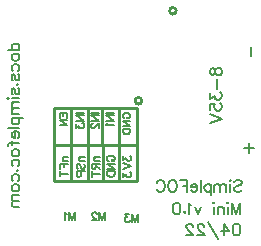
<source format=gbo>
G04 Layer: BottomSilkscreenLayer*
G04 EasyEDA v6.5.3, 2022-04-20 15:58:44*
G04 ff22b18d42d7425680d8988076959c4e,2865ae9118a24060a17af6d01c9bcc73,10*
G04 Gerber Generator version 0.2*
G04 Scale: 100 percent, Rotated: No, Reflected: No *
G04 Dimensions in millimeters *
G04 leading zeros omitted , absolute positions ,4 integer and 5 decimal *
%FSLAX45Y45*%
%MOMM*%

%ADD10C,0.2540*%
%ADD30C,0.2032*%

%LPD*%
D30*
X-354909Y-613346D02*
G01*
X-259453Y-613346D01*
X-309453Y-613346D02*
G01*
X-318546Y-604253D01*
X-323090Y-595162D01*
X-323090Y-581527D01*
X-318546Y-572437D01*
X-309453Y-563346D01*
X-295818Y-558800D01*
X-286727Y-558800D01*
X-273090Y-563346D01*
X-263999Y-572437D01*
X-259453Y-581527D01*
X-259453Y-595162D01*
X-263999Y-604253D01*
X-273090Y-613346D01*
X-323090Y-666071D02*
G01*
X-318546Y-656981D01*
X-309453Y-647890D01*
X-295818Y-643346D01*
X-286727Y-643346D01*
X-273090Y-647890D01*
X-263999Y-656981D01*
X-259453Y-666071D01*
X-259453Y-679709D01*
X-263999Y-688799D01*
X-273090Y-697890D01*
X-286727Y-702437D01*
X-295818Y-702437D01*
X-309453Y-697890D01*
X-318546Y-688799D01*
X-323090Y-679709D01*
X-323090Y-666071D01*
X-309453Y-786980D02*
G01*
X-318546Y-777890D01*
X-323090Y-768799D01*
X-323090Y-755164D01*
X-318546Y-746071D01*
X-309453Y-736980D01*
X-295818Y-732436D01*
X-286727Y-732436D01*
X-273090Y-736980D01*
X-263999Y-746071D01*
X-259453Y-755164D01*
X-259453Y-768799D01*
X-263999Y-777890D01*
X-273090Y-786980D01*
X-309453Y-866980D02*
G01*
X-318546Y-862436D01*
X-323090Y-848799D01*
X-323090Y-835164D01*
X-318546Y-821527D01*
X-309453Y-816980D01*
X-300362Y-821527D01*
X-295818Y-830618D01*
X-291271Y-853346D01*
X-286727Y-862436D01*
X-277637Y-866980D01*
X-273090Y-866980D01*
X-263999Y-862436D01*
X-259453Y-848799D01*
X-259453Y-835164D01*
X-263999Y-821527D01*
X-273090Y-816980D01*
X-282181Y-901527D02*
G01*
X-277637Y-896980D01*
X-273090Y-901527D01*
X-277637Y-906073D01*
X-282181Y-901527D01*
X-309453Y-986073D02*
G01*
X-318546Y-981527D01*
X-323090Y-967889D01*
X-323090Y-954255D01*
X-318546Y-940617D01*
X-309453Y-936073D01*
X-300362Y-940617D01*
X-295818Y-949708D01*
X-291271Y-972436D01*
X-286727Y-981527D01*
X-277637Y-986073D01*
X-273090Y-986073D01*
X-263999Y-981527D01*
X-259453Y-967889D01*
X-259453Y-954255D01*
X-263999Y-940617D01*
X-273090Y-936073D01*
X-354909Y-1016073D02*
G01*
X-350362Y-1020617D01*
X-354909Y-1025164D01*
X-359455Y-1020617D01*
X-354909Y-1016073D01*
X-323090Y-1020617D02*
G01*
X-259453Y-1020617D01*
X-323090Y-1055164D02*
G01*
X-259453Y-1055164D01*
X-304909Y-1055164D02*
G01*
X-318546Y-1068798D01*
X-323090Y-1077889D01*
X-323090Y-1091526D01*
X-318546Y-1100617D01*
X-304909Y-1105164D01*
X-259453Y-1105164D01*
X-304909Y-1105164D02*
G01*
X-318546Y-1118798D01*
X-323090Y-1127892D01*
X-323090Y-1141526D01*
X-318546Y-1150617D01*
X-304909Y-1155164D01*
X-259453Y-1155164D01*
X-323090Y-1185163D02*
G01*
X-227637Y-1185163D01*
X-309453Y-1185163D02*
G01*
X-318546Y-1194254D01*
X-323090Y-1203345D01*
X-323090Y-1216982D01*
X-318546Y-1226073D01*
X-309453Y-1235163D01*
X-295818Y-1239707D01*
X-286727Y-1239707D01*
X-273090Y-1235163D01*
X-263999Y-1226073D01*
X-259453Y-1216982D01*
X-259453Y-1203345D01*
X-263999Y-1194254D01*
X-273090Y-1185163D01*
X-354909Y-1269707D02*
G01*
X-259453Y-1269707D01*
X-295818Y-1299707D02*
G01*
X-295818Y-1354254D01*
X-304909Y-1354254D01*
X-313999Y-1349710D01*
X-318546Y-1345163D01*
X-323090Y-1336073D01*
X-323090Y-1322435D01*
X-318546Y-1313345D01*
X-309453Y-1304254D01*
X-295818Y-1299707D01*
X-286727Y-1299707D01*
X-273090Y-1304254D01*
X-263999Y-1313345D01*
X-259453Y-1322435D01*
X-259453Y-1336073D01*
X-263999Y-1345163D01*
X-273090Y-1354254D01*
X-354909Y-1420616D02*
G01*
X-354909Y-1411526D01*
X-350362Y-1402435D01*
X-336727Y-1397891D01*
X-259453Y-1397891D01*
X-323090Y-1384254D02*
G01*
X-323090Y-1416072D01*
X-323090Y-1473344D02*
G01*
X-318546Y-1464254D01*
X-309453Y-1455163D01*
X-295818Y-1450619D01*
X-286727Y-1450619D01*
X-273090Y-1455163D01*
X-263999Y-1464254D01*
X-259453Y-1473344D01*
X-259453Y-1486982D01*
X-263999Y-1496072D01*
X-273090Y-1505163D01*
X-286727Y-1509709D01*
X-295818Y-1509709D01*
X-309453Y-1505163D01*
X-318546Y-1496072D01*
X-323090Y-1486982D01*
X-323090Y-1473344D01*
X-309453Y-1594253D02*
G01*
X-318546Y-1585163D01*
X-323090Y-1576072D01*
X-323090Y-1562435D01*
X-318546Y-1553344D01*
X-309453Y-1544253D01*
X-295818Y-1539709D01*
X-286727Y-1539709D01*
X-273090Y-1544253D01*
X-263999Y-1553344D01*
X-259453Y-1562435D01*
X-259453Y-1576072D01*
X-263999Y-1585163D01*
X-273090Y-1594253D01*
X-282181Y-1628800D02*
G01*
X-277637Y-1624253D01*
X-273090Y-1628800D01*
X-277637Y-1633344D01*
X-282181Y-1628800D01*
X-309453Y-1717890D02*
G01*
X-318546Y-1708800D01*
X-323090Y-1699709D01*
X-323090Y-1686072D01*
X-318546Y-1676981D01*
X-309453Y-1667890D01*
X-295818Y-1663344D01*
X-286727Y-1663344D01*
X-273090Y-1667890D01*
X-263999Y-1676981D01*
X-259453Y-1686072D01*
X-259453Y-1699709D01*
X-263999Y-1708800D01*
X-273090Y-1717890D01*
X-323090Y-1770618D02*
G01*
X-318546Y-1761528D01*
X-309453Y-1752437D01*
X-295818Y-1747890D01*
X-286727Y-1747890D01*
X-273090Y-1752437D01*
X-263999Y-1761528D01*
X-259453Y-1770618D01*
X-259453Y-1784253D01*
X-263999Y-1793346D01*
X-273090Y-1802437D01*
X-286727Y-1806981D01*
X-295818Y-1806981D01*
X-309453Y-1802437D01*
X-318546Y-1793346D01*
X-323090Y-1784253D01*
X-323090Y-1770618D01*
X-323090Y-1836981D02*
G01*
X-259453Y-1836981D01*
X-304909Y-1836981D02*
G01*
X-318546Y-1850618D01*
X-323090Y-1859709D01*
X-323090Y-1873346D01*
X-318546Y-1882437D01*
X-304909Y-1886981D01*
X-259453Y-1886981D01*
X-304909Y-1886981D02*
G01*
X-318546Y-1900618D01*
X-323090Y-1909709D01*
X-323090Y-1923346D01*
X-318546Y-1932437D01*
X-304909Y-1936981D01*
X-259453Y-1936981D01*
X1585628Y-2083490D02*
G01*
X1599262Y-2088037D01*
X1608353Y-2101672D01*
X1612900Y-2124400D01*
X1612900Y-2138037D01*
X1608353Y-2160762D01*
X1599262Y-2174400D01*
X1585628Y-2178946D01*
X1576537Y-2178946D01*
X1562900Y-2174400D01*
X1553809Y-2160762D01*
X1549262Y-2138037D01*
X1549262Y-2124400D01*
X1553809Y-2101672D01*
X1562900Y-2088037D01*
X1576537Y-2083490D01*
X1585628Y-2083490D01*
X1473809Y-2083490D02*
G01*
X1519262Y-2147128D01*
X1451081Y-2147128D01*
X1473809Y-2083490D02*
G01*
X1473809Y-2178946D01*
X1339263Y-2065309D02*
G01*
X1421081Y-2210762D01*
X1304719Y-2106218D02*
G01*
X1304719Y-2101672D01*
X1300172Y-2092581D01*
X1295626Y-2088037D01*
X1286535Y-2083490D01*
X1268354Y-2083490D01*
X1259263Y-2088037D01*
X1254719Y-2092581D01*
X1250172Y-2101672D01*
X1250172Y-2110762D01*
X1254719Y-2119853D01*
X1263810Y-2133490D01*
X1309263Y-2178946D01*
X1245626Y-2178946D01*
X1211082Y-2106218D02*
G01*
X1211082Y-2101672D01*
X1206535Y-2092581D01*
X1201991Y-2088037D01*
X1192900Y-2083490D01*
X1174716Y-2083490D01*
X1165626Y-2088037D01*
X1161082Y-2092581D01*
X1156535Y-2101672D01*
X1156535Y-2110762D01*
X1161082Y-2119853D01*
X1170172Y-2133490D01*
X1215626Y-2178946D01*
X1151991Y-2178946D01*
X81788Y-1143000D02*
G01*
X148590Y-1143000D01*
X81788Y-1143000D02*
G01*
X81788Y-1184402D01*
X113538Y-1143000D02*
G01*
X113538Y-1168400D01*
X148590Y-1143000D02*
G01*
X148590Y-1184402D01*
X81788Y-1205484D02*
G01*
X148590Y-1205484D01*
X81788Y-1205484D02*
G01*
X148590Y-1249934D01*
X81788Y-1249934D02*
G01*
X148590Y-1249934D01*
X221488Y-1143000D02*
G01*
X288290Y-1143000D01*
X221488Y-1164081D02*
G01*
X288290Y-1164081D01*
X221488Y-1164081D02*
G01*
X288290Y-1208531D01*
X221488Y-1208531D02*
G01*
X288290Y-1208531D01*
X221488Y-1235963D02*
G01*
X221488Y-1271015D01*
X246888Y-1251712D01*
X246888Y-1261363D01*
X250190Y-1267713D01*
X253238Y-1271015D01*
X262890Y-1274063D01*
X269240Y-1274063D01*
X278638Y-1271015D01*
X284988Y-1264665D01*
X288290Y-1255013D01*
X288290Y-1245362D01*
X284988Y-1235963D01*
X281940Y-1232662D01*
X275590Y-1229613D01*
X348488Y-1143000D02*
G01*
X415290Y-1143000D01*
X348488Y-1164081D02*
G01*
X415290Y-1164081D01*
X348488Y-1164081D02*
G01*
X415290Y-1208531D01*
X348488Y-1208531D02*
G01*
X415290Y-1208531D01*
X364490Y-1232662D02*
G01*
X361188Y-1232662D01*
X354838Y-1235963D01*
X351536Y-1239012D01*
X348488Y-1245362D01*
X348488Y-1258062D01*
X351536Y-1264665D01*
X354838Y-1267713D01*
X361188Y-1271015D01*
X367538Y-1271015D01*
X373888Y-1267713D01*
X383540Y-1261363D01*
X415290Y-1229613D01*
X415290Y-1274063D01*
X475488Y-1143000D02*
G01*
X542290Y-1143000D01*
X475488Y-1164081D02*
G01*
X542290Y-1164081D01*
X475488Y-1164081D02*
G01*
X542290Y-1208531D01*
X475488Y-1208531D02*
G01*
X542290Y-1208531D01*
X488188Y-1229613D02*
G01*
X484886Y-1235963D01*
X475488Y-1245362D01*
X542290Y-1245362D01*
X631190Y-1190752D02*
G01*
X624586Y-1187450D01*
X618236Y-1181100D01*
X615188Y-1174750D01*
X615188Y-1162050D01*
X618236Y-1155700D01*
X624586Y-1149350D01*
X631190Y-1146302D01*
X640588Y-1143000D01*
X656590Y-1143000D01*
X665988Y-1146302D01*
X672338Y-1149350D01*
X678688Y-1155700D01*
X681990Y-1162050D01*
X681990Y-1174750D01*
X678688Y-1181100D01*
X672338Y-1187450D01*
X665988Y-1190752D01*
X656590Y-1190752D01*
X656590Y-1174750D02*
G01*
X656590Y-1190752D01*
X615188Y-1211834D02*
G01*
X681990Y-1211834D01*
X615188Y-1211834D02*
G01*
X681990Y-1256284D01*
X615188Y-1256284D02*
G01*
X681990Y-1256284D01*
X615188Y-1277365D02*
G01*
X681990Y-1277365D01*
X615188Y-1277365D02*
G01*
X615188Y-1299463D01*
X618236Y-1309115D01*
X624586Y-1315465D01*
X631190Y-1318513D01*
X640588Y-1321815D01*
X656590Y-1321815D01*
X665988Y-1318513D01*
X672338Y-1315465D01*
X678688Y-1309115D01*
X681990Y-1299463D01*
X681990Y-1277365D01*
X621538Y-1511300D02*
G01*
X621538Y-1546352D01*
X646938Y-1527302D01*
X646938Y-1536700D01*
X650240Y-1543050D01*
X653288Y-1546352D01*
X662940Y-1549400D01*
X669290Y-1549400D01*
X678688Y-1546352D01*
X685038Y-1540002D01*
X688340Y-1530350D01*
X688340Y-1520952D01*
X685038Y-1511300D01*
X681990Y-1508252D01*
X675640Y-1504950D01*
X621538Y-1570481D02*
G01*
X688340Y-1595881D01*
X621538Y-1621281D02*
G01*
X688340Y-1595881D01*
X621538Y-1648713D02*
G01*
X621538Y-1683765D01*
X646938Y-1664715D01*
X646938Y-1674113D01*
X650240Y-1680463D01*
X653288Y-1683765D01*
X662940Y-1687068D01*
X669290Y-1687068D01*
X678688Y-1683765D01*
X685038Y-1677415D01*
X688340Y-1667763D01*
X688340Y-1658365D01*
X685038Y-1648713D01*
X681990Y-1645665D01*
X675640Y-1642363D01*
X497840Y-1552702D02*
G01*
X491236Y-1549400D01*
X484886Y-1543050D01*
X481838Y-1536700D01*
X481838Y-1524000D01*
X484886Y-1517650D01*
X491236Y-1511300D01*
X497840Y-1508252D01*
X507238Y-1504950D01*
X523240Y-1504950D01*
X532638Y-1508252D01*
X538988Y-1511300D01*
X545338Y-1517650D01*
X548640Y-1524000D01*
X548640Y-1536700D01*
X545338Y-1543050D01*
X538988Y-1549400D01*
X532638Y-1552702D01*
X523240Y-1552702D01*
X523240Y-1536700D02*
G01*
X523240Y-1552702D01*
X481838Y-1573784D02*
G01*
X548640Y-1573784D01*
X481838Y-1573784D02*
G01*
X548640Y-1618234D01*
X481838Y-1618234D02*
G01*
X548640Y-1618234D01*
X481838Y-1639315D02*
G01*
X548640Y-1639315D01*
X481838Y-1639315D02*
G01*
X481838Y-1661413D01*
X484886Y-1671065D01*
X491236Y-1677415D01*
X497840Y-1680463D01*
X507238Y-1683765D01*
X523240Y-1683765D01*
X532638Y-1680463D01*
X538988Y-1677415D01*
X545338Y-1671065D01*
X548640Y-1661413D01*
X548640Y-1639315D01*
X377190Y-1517650D02*
G01*
X421640Y-1517650D01*
X389890Y-1517650D02*
G01*
X380238Y-1527302D01*
X377190Y-1533652D01*
X377190Y-1543050D01*
X380238Y-1549400D01*
X389890Y-1552702D01*
X421640Y-1552702D01*
X354838Y-1573529D02*
G01*
X421640Y-1573529D01*
X354838Y-1573529D02*
G01*
X354838Y-1602231D01*
X357886Y-1611884D01*
X361188Y-1614931D01*
X367538Y-1618234D01*
X373888Y-1618234D01*
X380238Y-1614931D01*
X383540Y-1611884D01*
X386588Y-1602231D01*
X386588Y-1573529D01*
X386588Y-1595881D02*
G01*
X421640Y-1618234D01*
X354838Y-1661413D02*
G01*
X421640Y-1661413D01*
X354838Y-1639315D02*
G01*
X354838Y-1683765D01*
X250190Y-1517650D02*
G01*
X294640Y-1517650D01*
X262890Y-1517650D02*
G01*
X253238Y-1527302D01*
X250190Y-1533652D01*
X250190Y-1543050D01*
X253238Y-1549400D01*
X262890Y-1552702D01*
X294640Y-1552702D01*
X237236Y-1618234D02*
G01*
X230886Y-1611884D01*
X227838Y-1602231D01*
X227838Y-1589531D01*
X230886Y-1580134D01*
X237236Y-1573529D01*
X243840Y-1573529D01*
X250190Y-1576831D01*
X253238Y-1580134D01*
X256540Y-1586484D01*
X262890Y-1605534D01*
X265938Y-1611884D01*
X269240Y-1614931D01*
X275590Y-1618234D01*
X284988Y-1618234D01*
X291338Y-1611884D01*
X294640Y-1602231D01*
X294640Y-1589531D01*
X291338Y-1580134D01*
X284988Y-1573529D01*
X227838Y-1639315D02*
G01*
X294640Y-1639315D01*
X227838Y-1639315D02*
G01*
X227838Y-1667763D01*
X230886Y-1677415D01*
X234188Y-1680463D01*
X240538Y-1683765D01*
X250190Y-1683765D01*
X256540Y-1680463D01*
X259588Y-1677415D01*
X262890Y-1667763D01*
X262890Y-1639315D01*
X110490Y-1517650D02*
G01*
X154940Y-1517650D01*
X123190Y-1517650D02*
G01*
X113538Y-1527302D01*
X110490Y-1533652D01*
X110490Y-1543050D01*
X113538Y-1549400D01*
X123190Y-1552702D01*
X154940Y-1552702D01*
X88138Y-1573529D02*
G01*
X154940Y-1573529D01*
X88138Y-1573529D02*
G01*
X88138Y-1614931D01*
X119888Y-1573529D02*
G01*
X119888Y-1599184D01*
X88138Y-1658365D02*
G01*
X154940Y-1658365D01*
X88138Y-1636013D02*
G01*
X88138Y-1680463D01*
X215900Y-1986787D02*
G01*
X215900Y-2053589D01*
X215900Y-1986787D02*
G01*
X190500Y-2053589D01*
X165100Y-1986787D02*
G01*
X190500Y-2053589D01*
X165100Y-1986787D02*
G01*
X165100Y-2053589D01*
X144018Y-1999487D02*
G01*
X137668Y-1996186D01*
X128015Y-1986787D01*
X128015Y-2053589D01*
X469900Y-1986787D02*
G01*
X469900Y-2053589D01*
X469900Y-1986787D02*
G01*
X444500Y-2053589D01*
X419100Y-1986787D02*
G01*
X444500Y-2053589D01*
X419100Y-1986787D02*
G01*
X419100Y-2053589D01*
X394715Y-2002789D02*
G01*
X394715Y-1999487D01*
X391668Y-1993137D01*
X388365Y-1989836D01*
X382015Y-1986787D01*
X369315Y-1986787D01*
X362965Y-1989836D01*
X359918Y-1993137D01*
X356615Y-1999487D01*
X356615Y-2005837D01*
X359918Y-2012187D01*
X366268Y-2021839D01*
X398018Y-2053589D01*
X353568Y-2053589D01*
X749401Y-1999386D02*
G01*
X749401Y-2066188D01*
X749401Y-1999386D02*
G01*
X723747Y-2066188D01*
X698347Y-1999386D02*
G01*
X723747Y-2066188D01*
X698347Y-1999386D02*
G01*
X698347Y-2066188D01*
X670915Y-1999386D02*
G01*
X636117Y-1999386D01*
X655167Y-2024786D01*
X645515Y-2024786D01*
X639165Y-2028088D01*
X636117Y-2031390D01*
X632815Y-2040788D01*
X632815Y-2047138D01*
X636117Y-2056790D01*
X642467Y-2063140D01*
X651865Y-2066188D01*
X661517Y-2066188D01*
X670915Y-2063140D01*
X674217Y-2059838D01*
X677519Y-2053488D01*
X1359590Y-784727D02*
G01*
X1364137Y-771090D01*
X1373228Y-766546D01*
X1382318Y-766546D01*
X1391409Y-771090D01*
X1395953Y-780181D01*
X1400500Y-798362D01*
X1405046Y-811999D01*
X1414137Y-821090D01*
X1423228Y-825637D01*
X1436862Y-825637D01*
X1445953Y-821090D01*
X1450500Y-816546D01*
X1455046Y-802909D01*
X1455046Y-784727D01*
X1450500Y-771090D01*
X1445953Y-766546D01*
X1436862Y-762000D01*
X1423228Y-762000D01*
X1414137Y-766546D01*
X1405046Y-775637D01*
X1400500Y-789271D01*
X1395953Y-807453D01*
X1391409Y-816546D01*
X1382318Y-821090D01*
X1373228Y-821090D01*
X1364137Y-816546D01*
X1359590Y-802909D01*
X1359590Y-784727D01*
X1414137Y-855637D02*
G01*
X1414137Y-937453D01*
X1359590Y-976546D02*
G01*
X1359590Y-1026546D01*
X1395953Y-999271D01*
X1395953Y-1012908D01*
X1400500Y-1021999D01*
X1405046Y-1026546D01*
X1418681Y-1031090D01*
X1427772Y-1031090D01*
X1441409Y-1026546D01*
X1450500Y-1017452D01*
X1455046Y-1003818D01*
X1455046Y-990180D01*
X1450500Y-976546D01*
X1445953Y-971999D01*
X1436862Y-967452D01*
X1359590Y-1115636D02*
G01*
X1359590Y-1070180D01*
X1400500Y-1065636D01*
X1395953Y-1070180D01*
X1391409Y-1083818D01*
X1391409Y-1097452D01*
X1395953Y-1111089D01*
X1405046Y-1120180D01*
X1418681Y-1124727D01*
X1427772Y-1124727D01*
X1441409Y-1120180D01*
X1450500Y-1111089D01*
X1455046Y-1097452D01*
X1455046Y-1083818D01*
X1450500Y-1070180D01*
X1445953Y-1065636D01*
X1436862Y-1061090D01*
X1359590Y-1154727D02*
G01*
X1455046Y-1191089D01*
X1359590Y-1227452D02*
G01*
X1455046Y-1191089D01*
X1706118Y-584200D02*
G01*
X1706118Y-665987D01*
X1686306Y-1398523D02*
G01*
X1686308Y-1480565D01*
X1727200Y-1439418D02*
G01*
X1645411Y-1439418D01*
X1612900Y-1905690D02*
G01*
X1612900Y-2001146D01*
X1612900Y-1905690D02*
G01*
X1576537Y-2001146D01*
X1540172Y-1905690D02*
G01*
X1576537Y-2001146D01*
X1540172Y-1905690D02*
G01*
X1540172Y-2001146D01*
X1510172Y-1905690D02*
G01*
X1505628Y-1910237D01*
X1501081Y-1905690D01*
X1505628Y-1901144D01*
X1510172Y-1905690D01*
X1505628Y-1937509D02*
G01*
X1505628Y-2001146D01*
X1471081Y-1937509D02*
G01*
X1471081Y-2001146D01*
X1471081Y-1955690D02*
G01*
X1457444Y-1942053D01*
X1448353Y-1937509D01*
X1434718Y-1937509D01*
X1425628Y-1942053D01*
X1421081Y-1955690D01*
X1421081Y-2001146D01*
X1391081Y-1905690D02*
G01*
X1386535Y-1910237D01*
X1381991Y-1905690D01*
X1386535Y-1901144D01*
X1391081Y-1905690D01*
X1386535Y-1937509D02*
G01*
X1386535Y-2001146D01*
X1281991Y-1937509D02*
G01*
X1254719Y-2001146D01*
X1227444Y-1937509D02*
G01*
X1254719Y-2001146D01*
X1197444Y-1923872D02*
G01*
X1188354Y-1919328D01*
X1174716Y-1905690D01*
X1174716Y-2001146D01*
X1140172Y-1978418D02*
G01*
X1144717Y-1982962D01*
X1140172Y-1987509D01*
X1135626Y-1982962D01*
X1140172Y-1978418D01*
X1078354Y-1905690D02*
G01*
X1091991Y-1910237D01*
X1101082Y-1923872D01*
X1105626Y-1946600D01*
X1105626Y-1960237D01*
X1101082Y-1982962D01*
X1091991Y-1996600D01*
X1078354Y-2001146D01*
X1069263Y-2001146D01*
X1055626Y-1996600D01*
X1046535Y-1982962D01*
X1041991Y-1960237D01*
X1041991Y-1946600D01*
X1046535Y-1923872D01*
X1055626Y-1910237D01*
X1069263Y-1905690D01*
X1078354Y-1905690D01*
X1561962Y-1728828D02*
G01*
X1571053Y-1719737D01*
X1584690Y-1715190D01*
X1602872Y-1715190D01*
X1616509Y-1719737D01*
X1625600Y-1728828D01*
X1625600Y-1737918D01*
X1621053Y-1747009D01*
X1616509Y-1751553D01*
X1607418Y-1756100D01*
X1580146Y-1765190D01*
X1571053Y-1769737D01*
X1566509Y-1774281D01*
X1561962Y-1783372D01*
X1561962Y-1797009D01*
X1571053Y-1806100D01*
X1584690Y-1810646D01*
X1602872Y-1810646D01*
X1616509Y-1806100D01*
X1625600Y-1797009D01*
X1531962Y-1715190D02*
G01*
X1527418Y-1719737D01*
X1522872Y-1715190D01*
X1527418Y-1710644D01*
X1531962Y-1715190D01*
X1527418Y-1747009D02*
G01*
X1527418Y-1810646D01*
X1492872Y-1747009D02*
G01*
X1492872Y-1810646D01*
X1492872Y-1765190D02*
G01*
X1479237Y-1751553D01*
X1470144Y-1747009D01*
X1456509Y-1747009D01*
X1447418Y-1751553D01*
X1442872Y-1765190D01*
X1442872Y-1810646D01*
X1442872Y-1765190D02*
G01*
X1429235Y-1751553D01*
X1420144Y-1747009D01*
X1406509Y-1747009D01*
X1397419Y-1751553D01*
X1392872Y-1765190D01*
X1392872Y-1810646D01*
X1362872Y-1747009D02*
G01*
X1362872Y-1842462D01*
X1362872Y-1760646D02*
G01*
X1353781Y-1751553D01*
X1344691Y-1747009D01*
X1331053Y-1747009D01*
X1321963Y-1751553D01*
X1312872Y-1760646D01*
X1308326Y-1774281D01*
X1308326Y-1783372D01*
X1312872Y-1797009D01*
X1321963Y-1806100D01*
X1331053Y-1810646D01*
X1344691Y-1810646D01*
X1353781Y-1806100D01*
X1362872Y-1797009D01*
X1278326Y-1715190D02*
G01*
X1278326Y-1810646D01*
X1248326Y-1774281D02*
G01*
X1193782Y-1774281D01*
X1193782Y-1765190D01*
X1198326Y-1756100D01*
X1202872Y-1751553D01*
X1211963Y-1747009D01*
X1225600Y-1747009D01*
X1234691Y-1751553D01*
X1243782Y-1760646D01*
X1248326Y-1774281D01*
X1248326Y-1783372D01*
X1243782Y-1797009D01*
X1234691Y-1806100D01*
X1225600Y-1810646D01*
X1211963Y-1810646D01*
X1202872Y-1806100D01*
X1193782Y-1797009D01*
X1163782Y-1715190D02*
G01*
X1163782Y-1810646D01*
X1163782Y-1715190D02*
G01*
X1104691Y-1715190D01*
X1163782Y-1760646D02*
G01*
X1127417Y-1760646D01*
X1047417Y-1715190D02*
G01*
X1056507Y-1719737D01*
X1065601Y-1728828D01*
X1070145Y-1737918D01*
X1074691Y-1751553D01*
X1074691Y-1774281D01*
X1070145Y-1787918D01*
X1065601Y-1797009D01*
X1056507Y-1806100D01*
X1047417Y-1810646D01*
X1029235Y-1810646D01*
X1020145Y-1806100D01*
X1011054Y-1797009D01*
X1006508Y-1787918D01*
X1001963Y-1774281D01*
X1001963Y-1751553D01*
X1006508Y-1737918D01*
X1011054Y-1728828D01*
X1020145Y-1719737D01*
X1029235Y-1715190D01*
X1047417Y-1715190D01*
X903782Y-1737918D02*
G01*
X908326Y-1728828D01*
X917417Y-1719737D01*
X926508Y-1715190D01*
X944692Y-1715190D01*
X953782Y-1719737D01*
X962873Y-1728828D01*
X967417Y-1737918D01*
X971964Y-1751553D01*
X971964Y-1774281D01*
X967417Y-1787918D01*
X962873Y-1797009D01*
X953782Y-1806100D01*
X944692Y-1810646D01*
X926508Y-1810646D01*
X917417Y-1806100D01*
X908326Y-1797009D01*
X903782Y-1787918D01*
D10*
X319323Y-1104900D02*
G01*
X323850Y-1720850D01*
X437393Y-1104900D02*
G01*
X445008Y-1104900D01*
X450850Y-1720850D01*
X38100Y-1363073D02*
G01*
X38100Y-1416050D01*
X736600Y-1416050D01*
X736600Y-1356723D01*
X180850Y-1104900D02*
G01*
X177081Y-1720850D01*
X577131Y-1104900D02*
G01*
X584200Y-1111968D01*
X583257Y-1720850D01*
X38100Y-1104900D02*
G01*
X38100Y-1720850D01*
X736600Y-1720850D01*
X736600Y-1104900D01*
X38100Y-1104900D01*
G75*
G01
X1069797Y-279400D02*
G03X1069797Y-279400I-28397J0D01*
G75*
G01
X777697Y-1041400D02*
G03X777697Y-1041400I-28397J0D01*
M02*

</source>
